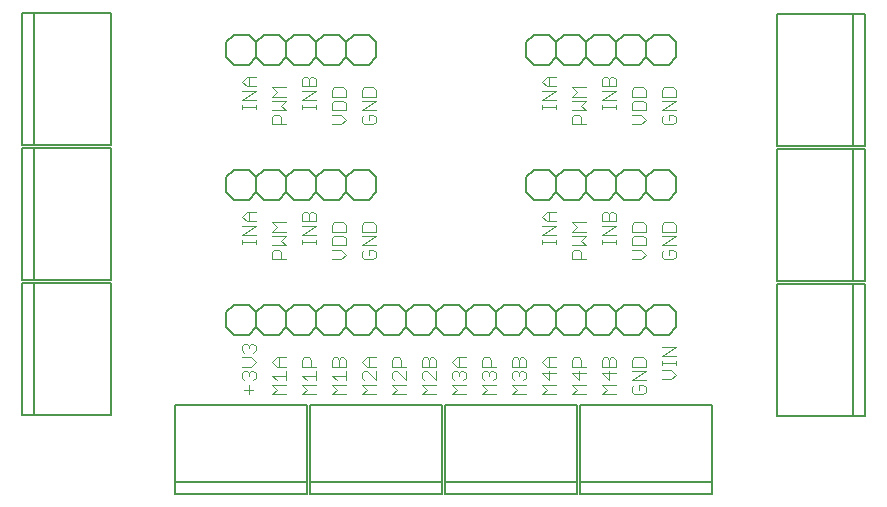
<source format=gto>
G75*
%MOIN*%
%OFA0B0*%
%FSLAX24Y24*%
%IPPOS*%
%LPD*%
%AMOC8*
5,1,8,0,0,1.08239X$1,22.5*
%
%ADD10C,0.0040*%
%ADD11C,0.0080*%
%ADD12C,0.0060*%
D10*
X009776Y005853D02*
X010083Y005853D01*
X009930Y005700D02*
X009930Y006007D01*
X010083Y006160D02*
X010160Y006237D01*
X010160Y006391D01*
X010083Y006467D01*
X010007Y006467D01*
X009930Y006391D01*
X009930Y006314D01*
X009930Y006391D02*
X009853Y006467D01*
X009776Y006467D01*
X009700Y006391D01*
X009700Y006237D01*
X009776Y006160D01*
X009700Y006621D02*
X010007Y006621D01*
X010160Y006774D01*
X010007Y006928D01*
X009700Y006928D01*
X009776Y007081D02*
X009700Y007158D01*
X009700Y007311D01*
X009776Y007388D01*
X009853Y007388D01*
X009930Y007311D01*
X010007Y007388D01*
X010083Y007388D01*
X010160Y007311D01*
X010160Y007158D01*
X010083Y007081D01*
X009930Y007235D02*
X009930Y007311D01*
X010700Y006774D02*
X010853Y006621D01*
X011160Y006621D01*
X011160Y006467D02*
X011160Y006160D01*
X011160Y006007D02*
X010700Y006007D01*
X010853Y005853D01*
X010700Y005700D01*
X011160Y005700D01*
X011700Y005700D02*
X011853Y005853D01*
X011700Y006007D01*
X012160Y006007D01*
X012160Y006160D02*
X012160Y006467D01*
X012160Y006314D02*
X011700Y006314D01*
X011853Y006160D01*
X011700Y005700D02*
X012160Y005700D01*
X012700Y005700D02*
X012853Y005853D01*
X012700Y006007D01*
X013160Y006007D01*
X013160Y006160D02*
X013160Y006467D01*
X013160Y006314D02*
X012700Y006314D01*
X012853Y006160D01*
X012930Y006621D02*
X012930Y006851D01*
X013007Y006928D01*
X013083Y006928D01*
X013160Y006851D01*
X013160Y006621D01*
X012700Y006621D01*
X012700Y006851D01*
X012776Y006928D01*
X012853Y006928D01*
X012930Y006851D01*
X012160Y006621D02*
X011700Y006621D01*
X011700Y006851D01*
X011776Y006928D01*
X011930Y006928D01*
X012007Y006851D01*
X012007Y006621D01*
X011160Y006928D02*
X010853Y006928D01*
X010700Y006774D01*
X010930Y006621D02*
X010930Y006928D01*
X010700Y006314D02*
X011160Y006314D01*
X010853Y006160D02*
X010700Y006314D01*
X012700Y005700D02*
X013160Y005700D01*
X013700Y005700D02*
X013853Y005853D01*
X013700Y006007D01*
X014160Y006007D01*
X014160Y006160D02*
X013853Y006467D01*
X013776Y006467D01*
X013700Y006391D01*
X013700Y006237D01*
X013776Y006160D01*
X014160Y006160D02*
X014160Y006467D01*
X014160Y006621D02*
X013853Y006621D01*
X013700Y006774D01*
X013853Y006928D01*
X014160Y006928D01*
X013930Y006928D02*
X013930Y006621D01*
X014700Y006621D02*
X014700Y006851D01*
X014776Y006928D01*
X014930Y006928D01*
X015007Y006851D01*
X015007Y006621D01*
X015160Y006621D02*
X014700Y006621D01*
X014776Y006467D02*
X014700Y006391D01*
X014700Y006237D01*
X014776Y006160D01*
X014700Y006007D02*
X015160Y006007D01*
X015160Y006160D02*
X014853Y006467D01*
X014776Y006467D01*
X015160Y006467D02*
X015160Y006160D01*
X014853Y005853D02*
X014700Y006007D01*
X014853Y005853D02*
X014700Y005700D01*
X015160Y005700D01*
X015700Y005700D02*
X015853Y005853D01*
X015700Y006007D01*
X016160Y006007D01*
X016160Y006160D02*
X015853Y006467D01*
X015776Y006467D01*
X015700Y006391D01*
X015700Y006237D01*
X015776Y006160D01*
X016160Y006160D02*
X016160Y006467D01*
X016160Y006621D02*
X016160Y006851D01*
X016083Y006928D01*
X016007Y006928D01*
X015930Y006851D01*
X015930Y006621D01*
X015930Y006851D02*
X015853Y006928D01*
X015776Y006928D01*
X015700Y006851D01*
X015700Y006621D01*
X016160Y006621D01*
X016700Y006774D02*
X016853Y006621D01*
X017160Y006621D01*
X017083Y006467D02*
X017160Y006391D01*
X017160Y006237D01*
X017083Y006160D01*
X017160Y006007D02*
X016700Y006007D01*
X016853Y005853D01*
X016700Y005700D01*
X017160Y005700D01*
X017700Y005700D02*
X017853Y005853D01*
X017700Y006007D01*
X018160Y006007D01*
X018083Y006160D02*
X018160Y006237D01*
X018160Y006391D01*
X018083Y006467D01*
X018007Y006467D01*
X017930Y006391D01*
X017930Y006314D01*
X017930Y006391D02*
X017853Y006467D01*
X017776Y006467D01*
X017700Y006391D01*
X017700Y006237D01*
X017776Y006160D01*
X017700Y005700D02*
X018160Y005700D01*
X018700Y005700D02*
X018853Y005853D01*
X018700Y006007D01*
X019160Y006007D01*
X019083Y006160D02*
X019160Y006237D01*
X019160Y006391D01*
X019083Y006467D01*
X019007Y006467D01*
X018930Y006391D01*
X018930Y006314D01*
X018930Y006391D02*
X018853Y006467D01*
X018776Y006467D01*
X018700Y006391D01*
X018700Y006237D01*
X018776Y006160D01*
X018700Y005700D02*
X019160Y005700D01*
X019700Y005700D02*
X019853Y005853D01*
X019700Y006007D01*
X020160Y006007D01*
X019930Y006160D02*
X019700Y006391D01*
X020160Y006391D01*
X020160Y006621D02*
X019853Y006621D01*
X019700Y006774D01*
X019853Y006928D01*
X020160Y006928D01*
X019930Y006928D02*
X019930Y006621D01*
X019930Y006467D02*
X019930Y006160D01*
X020160Y005700D02*
X019700Y005700D01*
X020700Y005700D02*
X020853Y005853D01*
X020700Y006007D01*
X021160Y006007D01*
X020930Y006160D02*
X020700Y006391D01*
X021160Y006391D01*
X021160Y006621D02*
X020700Y006621D01*
X020700Y006851D01*
X020776Y006928D01*
X020930Y006928D01*
X021007Y006851D01*
X021007Y006621D01*
X020930Y006467D02*
X020930Y006160D01*
X021160Y005700D02*
X020700Y005700D01*
X021700Y005700D02*
X021853Y005853D01*
X021700Y006007D01*
X022160Y006007D01*
X021930Y006160D02*
X021700Y006391D01*
X022160Y006391D01*
X022160Y006621D02*
X021700Y006621D01*
X021700Y006851D01*
X021776Y006928D01*
X021853Y006928D01*
X021930Y006851D01*
X021930Y006621D01*
X021930Y006467D02*
X021930Y006160D01*
X022160Y005700D02*
X021700Y005700D01*
X022700Y005777D02*
X022776Y005700D01*
X023083Y005700D01*
X023160Y005777D01*
X023160Y005930D01*
X023083Y006007D01*
X022930Y006007D01*
X022930Y005853D01*
X022776Y006007D02*
X022700Y005930D01*
X022700Y005777D01*
X022700Y006160D02*
X023160Y006467D01*
X022700Y006467D01*
X022700Y006621D02*
X022700Y006851D01*
X022776Y006928D01*
X023083Y006928D01*
X023160Y006851D01*
X023160Y006621D01*
X022700Y006621D01*
X022700Y006160D02*
X023160Y006160D01*
X023700Y006200D02*
X024007Y006200D01*
X024160Y006353D01*
X024007Y006507D01*
X023700Y006507D01*
X023700Y006660D02*
X023700Y006814D01*
X023700Y006737D02*
X024160Y006737D01*
X024160Y006660D02*
X024160Y006814D01*
X024160Y006967D02*
X023700Y006967D01*
X024160Y007274D01*
X023700Y007274D01*
X022160Y006851D02*
X022160Y006621D01*
X022160Y006851D02*
X022083Y006928D01*
X022007Y006928D01*
X021930Y006851D01*
X019160Y006851D02*
X019160Y006621D01*
X018700Y006621D01*
X018700Y006851D01*
X018776Y006928D01*
X018853Y006928D01*
X018930Y006851D01*
X018930Y006621D01*
X018930Y006851D02*
X019007Y006928D01*
X019083Y006928D01*
X019160Y006851D01*
X018160Y006621D02*
X017700Y006621D01*
X017700Y006851D01*
X017776Y006928D01*
X017930Y006928D01*
X018007Y006851D01*
X018007Y006621D01*
X017160Y006928D02*
X016853Y006928D01*
X016700Y006774D01*
X016930Y006621D02*
X016930Y006928D01*
X017007Y006467D02*
X017083Y006467D01*
X017007Y006467D02*
X016930Y006391D01*
X016930Y006314D01*
X016930Y006391D02*
X016853Y006467D01*
X016776Y006467D01*
X016700Y006391D01*
X016700Y006237D01*
X016776Y006160D01*
X016160Y005700D02*
X015700Y005700D01*
X014160Y005700D02*
X013700Y005700D01*
X013776Y010200D02*
X014083Y010200D01*
X014160Y010277D01*
X014160Y010430D01*
X014083Y010507D01*
X013930Y010507D01*
X013930Y010353D01*
X013776Y010200D02*
X013700Y010277D01*
X013700Y010430D01*
X013776Y010507D01*
X013700Y010660D02*
X014160Y010967D01*
X013700Y010967D01*
X013700Y011121D02*
X013700Y011351D01*
X013776Y011428D01*
X014083Y011428D01*
X014160Y011351D01*
X014160Y011121D01*
X013700Y011121D01*
X013700Y010660D02*
X014160Y010660D01*
X013160Y010660D02*
X013160Y010891D01*
X013083Y010967D01*
X012776Y010967D01*
X012700Y010891D01*
X012700Y010660D01*
X013160Y010660D01*
X013007Y010507D02*
X013160Y010353D01*
X013007Y010200D01*
X012700Y010200D01*
X012700Y010507D02*
X013007Y010507D01*
X013160Y011121D02*
X012700Y011121D01*
X012700Y011351D01*
X012776Y011428D01*
X013083Y011428D01*
X013160Y011351D01*
X013160Y011121D01*
X012160Y011007D02*
X011700Y011007D01*
X012160Y011314D01*
X011700Y011314D01*
X011700Y011467D02*
X011700Y011698D01*
X011776Y011774D01*
X011853Y011774D01*
X011930Y011698D01*
X011930Y011467D01*
X012160Y011467D02*
X011700Y011467D01*
X011930Y011698D02*
X012007Y011774D01*
X012083Y011774D01*
X012160Y011698D01*
X012160Y011467D01*
X012160Y010853D02*
X012160Y010700D01*
X012160Y010777D02*
X011700Y010777D01*
X011700Y010853D02*
X011700Y010700D01*
X011160Y010660D02*
X011007Y010814D01*
X011160Y010967D01*
X010700Y010967D01*
X010700Y011121D02*
X010853Y011274D01*
X010700Y011428D01*
X011160Y011428D01*
X011160Y011121D02*
X010700Y011121D01*
X010700Y010660D02*
X011160Y010660D01*
X011007Y010430D02*
X011007Y010200D01*
X011160Y010200D02*
X010700Y010200D01*
X010700Y010430D01*
X010776Y010507D01*
X010930Y010507D01*
X011007Y010430D01*
X010160Y010700D02*
X010160Y010853D01*
X010160Y010777D02*
X009700Y010777D01*
X009700Y010853D02*
X009700Y010700D01*
X009700Y011007D02*
X010160Y011314D01*
X009700Y011314D01*
X009853Y011467D02*
X009700Y011621D01*
X009853Y011774D01*
X010160Y011774D01*
X009930Y011774D02*
X009930Y011467D01*
X009853Y011467D02*
X010160Y011467D01*
X010160Y011007D02*
X009700Y011007D01*
X010700Y014700D02*
X010700Y014930D01*
X010776Y015007D01*
X010930Y015007D01*
X011007Y014930D01*
X011007Y014700D01*
X011160Y014700D02*
X010700Y014700D01*
X010700Y015160D02*
X011160Y015160D01*
X011007Y015314D01*
X011160Y015467D01*
X010700Y015467D01*
X010700Y015621D02*
X010853Y015774D01*
X010700Y015928D01*
X011160Y015928D01*
X011160Y015621D02*
X010700Y015621D01*
X010160Y015507D02*
X009700Y015507D01*
X010160Y015814D01*
X009700Y015814D01*
X009853Y015967D02*
X009700Y016121D01*
X009853Y016274D01*
X010160Y016274D01*
X009930Y016274D02*
X009930Y015967D01*
X009853Y015967D02*
X010160Y015967D01*
X010160Y015353D02*
X010160Y015200D01*
X010160Y015277D02*
X009700Y015277D01*
X009700Y015353D02*
X009700Y015200D01*
X011700Y015200D02*
X011700Y015353D01*
X011700Y015277D02*
X012160Y015277D01*
X012160Y015353D02*
X012160Y015200D01*
X012160Y015507D02*
X011700Y015507D01*
X012160Y015814D01*
X011700Y015814D01*
X011700Y015967D02*
X011700Y016198D01*
X011776Y016274D01*
X011853Y016274D01*
X011930Y016198D01*
X011930Y015967D01*
X012160Y015967D02*
X011700Y015967D01*
X011930Y016198D02*
X012007Y016274D01*
X012083Y016274D01*
X012160Y016198D01*
X012160Y015967D01*
X012700Y015851D02*
X012700Y015621D01*
X013160Y015621D01*
X013160Y015851D01*
X013083Y015928D01*
X012776Y015928D01*
X012700Y015851D01*
X012776Y015467D02*
X012700Y015391D01*
X012700Y015160D01*
X013160Y015160D01*
X013160Y015391D01*
X013083Y015467D01*
X012776Y015467D01*
X012700Y015007D02*
X013007Y015007D01*
X013160Y014853D01*
X013007Y014700D01*
X012700Y014700D01*
X013700Y014777D02*
X013776Y014700D01*
X014083Y014700D01*
X014160Y014777D01*
X014160Y014930D01*
X014083Y015007D01*
X013930Y015007D01*
X013930Y014853D01*
X013776Y015007D02*
X013700Y014930D01*
X013700Y014777D01*
X013700Y015160D02*
X014160Y015467D01*
X013700Y015467D01*
X013700Y015621D02*
X013700Y015851D01*
X013776Y015928D01*
X014083Y015928D01*
X014160Y015851D01*
X014160Y015621D01*
X013700Y015621D01*
X013700Y015160D02*
X014160Y015160D01*
X019700Y015200D02*
X019700Y015353D01*
X019700Y015277D02*
X020160Y015277D01*
X020160Y015353D02*
X020160Y015200D01*
X020160Y015507D02*
X019700Y015507D01*
X020160Y015814D01*
X019700Y015814D01*
X019853Y015967D02*
X019700Y016121D01*
X019853Y016274D01*
X020160Y016274D01*
X019930Y016274D02*
X019930Y015967D01*
X019853Y015967D02*
X020160Y015967D01*
X020700Y015928D02*
X020853Y015774D01*
X020700Y015621D01*
X021160Y015621D01*
X021160Y015467D02*
X020700Y015467D01*
X021007Y015314D02*
X021160Y015467D01*
X021007Y015314D02*
X021160Y015160D01*
X020700Y015160D01*
X020776Y015007D02*
X020930Y015007D01*
X021007Y014930D01*
X021007Y014700D01*
X021160Y014700D02*
X020700Y014700D01*
X020700Y014930D01*
X020776Y015007D01*
X021700Y015200D02*
X021700Y015353D01*
X021700Y015277D02*
X022160Y015277D01*
X022160Y015353D02*
X022160Y015200D01*
X022160Y015507D02*
X021700Y015507D01*
X022160Y015814D01*
X021700Y015814D01*
X021700Y015967D02*
X021700Y016198D01*
X021776Y016274D01*
X021853Y016274D01*
X021930Y016198D01*
X021930Y015967D01*
X022160Y015967D02*
X021700Y015967D01*
X021930Y016198D02*
X022007Y016274D01*
X022083Y016274D01*
X022160Y016198D01*
X022160Y015967D01*
X022700Y015851D02*
X022700Y015621D01*
X023160Y015621D01*
X023160Y015851D01*
X023083Y015928D01*
X022776Y015928D01*
X022700Y015851D01*
X022776Y015467D02*
X022700Y015391D01*
X022700Y015160D01*
X023160Y015160D01*
X023160Y015391D01*
X023083Y015467D01*
X022776Y015467D01*
X022700Y015007D02*
X023007Y015007D01*
X023160Y014853D01*
X023007Y014700D01*
X022700Y014700D01*
X023700Y014777D02*
X023776Y014700D01*
X024083Y014700D01*
X024160Y014777D01*
X024160Y014930D01*
X024083Y015007D01*
X023930Y015007D01*
X023930Y014853D01*
X023776Y015007D02*
X023700Y014930D01*
X023700Y014777D01*
X023700Y015160D02*
X024160Y015467D01*
X023700Y015467D01*
X023700Y015621D02*
X023700Y015851D01*
X023776Y015928D01*
X024083Y015928D01*
X024160Y015851D01*
X024160Y015621D01*
X023700Y015621D01*
X023700Y015160D02*
X024160Y015160D01*
X021160Y015928D02*
X020700Y015928D01*
X020160Y011774D02*
X019853Y011774D01*
X019700Y011621D01*
X019853Y011467D01*
X020160Y011467D01*
X020160Y011314D02*
X019700Y011314D01*
X019930Y011467D02*
X019930Y011774D01*
X020160Y011314D02*
X019700Y011007D01*
X020160Y011007D01*
X020160Y010853D02*
X020160Y010700D01*
X020160Y010777D02*
X019700Y010777D01*
X019700Y010853D02*
X019700Y010700D01*
X020700Y010660D02*
X021160Y010660D01*
X021007Y010814D01*
X021160Y010967D01*
X020700Y010967D01*
X020700Y011121D02*
X020853Y011274D01*
X020700Y011428D01*
X021160Y011428D01*
X021160Y011121D02*
X020700Y011121D01*
X020776Y010507D02*
X020930Y010507D01*
X021007Y010430D01*
X021007Y010200D01*
X021160Y010200D02*
X020700Y010200D01*
X020700Y010430D01*
X020776Y010507D01*
X021700Y010700D02*
X021700Y010853D01*
X021700Y010777D02*
X022160Y010777D01*
X022160Y010853D02*
X022160Y010700D01*
X022160Y011007D02*
X021700Y011007D01*
X022160Y011314D01*
X021700Y011314D01*
X021700Y011467D02*
X021700Y011698D01*
X021776Y011774D01*
X021853Y011774D01*
X021930Y011698D01*
X021930Y011467D01*
X022160Y011467D02*
X021700Y011467D01*
X021930Y011698D02*
X022007Y011774D01*
X022083Y011774D01*
X022160Y011698D01*
X022160Y011467D01*
X022700Y011351D02*
X022700Y011121D01*
X023160Y011121D01*
X023160Y011351D01*
X023083Y011428D01*
X022776Y011428D01*
X022700Y011351D01*
X022776Y010967D02*
X022700Y010891D01*
X022700Y010660D01*
X023160Y010660D01*
X023160Y010891D01*
X023083Y010967D01*
X022776Y010967D01*
X022700Y010507D02*
X023007Y010507D01*
X023160Y010353D01*
X023007Y010200D01*
X022700Y010200D01*
X023700Y010277D02*
X023776Y010200D01*
X024083Y010200D01*
X024160Y010277D01*
X024160Y010430D01*
X024083Y010507D01*
X023930Y010507D01*
X023930Y010353D01*
X023776Y010507D02*
X023700Y010430D01*
X023700Y010277D01*
X023700Y010660D02*
X024160Y010967D01*
X023700Y010967D01*
X023700Y011121D02*
X023700Y011351D01*
X023776Y011428D01*
X024083Y011428D01*
X024160Y011351D01*
X024160Y011121D01*
X023700Y011121D01*
X023700Y010660D02*
X024160Y010660D01*
D11*
X002381Y009400D02*
X002381Y004991D01*
X002774Y004991D01*
X002774Y009400D01*
X005334Y009400D01*
X005334Y004991D01*
X002774Y004991D01*
X007460Y005334D02*
X007460Y002774D01*
X011869Y002774D01*
X011869Y002381D01*
X007460Y002381D01*
X007460Y002774D01*
X007460Y005334D02*
X011869Y005334D01*
X011869Y002774D01*
X011960Y002774D02*
X016369Y002774D01*
X016369Y002381D01*
X011960Y002381D01*
X011960Y002774D01*
X011960Y005334D01*
X016369Y005334D01*
X016369Y002774D01*
X016460Y002774D02*
X020869Y002774D01*
X020869Y002381D01*
X016460Y002381D01*
X016460Y002774D01*
X016460Y005334D01*
X020869Y005334D01*
X020869Y002774D01*
X020960Y002774D02*
X025369Y002774D01*
X025369Y002381D01*
X020960Y002381D01*
X020960Y002774D01*
X020960Y005334D01*
X025369Y005334D01*
X025369Y002774D01*
X027526Y004960D02*
X030086Y004960D01*
X030086Y009369D01*
X030479Y009369D01*
X030479Y004960D01*
X030086Y004960D01*
X027526Y004960D02*
X027526Y009369D01*
X030086Y009369D01*
X030086Y009460D02*
X030086Y013869D01*
X030479Y013869D01*
X030479Y009460D01*
X030086Y009460D01*
X027526Y009460D01*
X027526Y013869D01*
X030086Y013869D01*
X030086Y013960D02*
X030086Y018369D01*
X030479Y018369D01*
X030479Y013960D01*
X030086Y013960D01*
X027526Y013960D01*
X027526Y018369D01*
X030086Y018369D01*
X005334Y018400D02*
X005334Y013991D01*
X002774Y013991D01*
X002774Y018400D01*
X005334Y018400D01*
X002774Y018400D02*
X002381Y018400D01*
X002381Y013991D01*
X002774Y013991D01*
X002774Y013900D02*
X002381Y013900D01*
X002381Y009491D01*
X002774Y009491D01*
X002774Y013900D01*
X005334Y013900D01*
X005334Y009491D01*
X002774Y009491D01*
X002774Y009400D02*
X002381Y009400D01*
D12*
X009180Y008430D02*
X009180Y007930D01*
X009430Y007680D01*
X009930Y007680D01*
X010180Y007930D01*
X010430Y007680D01*
X010930Y007680D01*
X011180Y007930D01*
X011180Y008430D01*
X010930Y008680D01*
X010430Y008680D01*
X010180Y008430D01*
X010180Y007930D01*
X010180Y008430D02*
X009930Y008680D01*
X009430Y008680D01*
X009180Y008430D01*
X011180Y008430D02*
X011430Y008680D01*
X011930Y008680D01*
X012180Y008430D01*
X012430Y008680D01*
X012930Y008680D01*
X013180Y008430D01*
X013430Y008680D01*
X013930Y008680D01*
X014180Y008430D01*
X014180Y007930D01*
X013930Y007680D01*
X013430Y007680D01*
X013180Y007930D01*
X012930Y007680D01*
X012430Y007680D01*
X012180Y007930D01*
X011930Y007680D01*
X011430Y007680D01*
X011180Y007930D01*
X012180Y007930D02*
X012180Y008430D01*
X013180Y008430D02*
X013180Y007930D01*
X014180Y007930D02*
X014430Y007680D01*
X014930Y007680D01*
X015180Y007930D01*
X015430Y007680D01*
X015930Y007680D01*
X016180Y007930D01*
X016430Y007680D01*
X016930Y007680D01*
X017180Y007930D01*
X017180Y008430D01*
X016930Y008680D01*
X016430Y008680D01*
X016180Y008430D01*
X016180Y007930D01*
X016180Y008430D02*
X015930Y008680D01*
X015430Y008680D01*
X015180Y008430D01*
X015180Y007930D01*
X015180Y008430D02*
X014930Y008680D01*
X014430Y008680D01*
X014180Y008430D01*
X017180Y008430D02*
X017430Y008680D01*
X017930Y008680D01*
X018180Y008430D01*
X018430Y008680D01*
X018930Y008680D01*
X019180Y008430D01*
X019430Y008680D01*
X019930Y008680D01*
X020180Y008430D01*
X020180Y007930D01*
X019930Y007680D01*
X019430Y007680D01*
X019180Y007930D01*
X018930Y007680D01*
X018430Y007680D01*
X018180Y007930D01*
X017930Y007680D01*
X017430Y007680D01*
X017180Y007930D01*
X018180Y007930D02*
X018180Y008430D01*
X019180Y008430D02*
X019180Y007930D01*
X020180Y007930D02*
X020430Y007680D01*
X020930Y007680D01*
X021180Y007930D01*
X021430Y007680D01*
X021930Y007680D01*
X022180Y007930D01*
X022430Y007680D01*
X022930Y007680D01*
X023180Y007930D01*
X023430Y007680D01*
X023930Y007680D01*
X024180Y007930D01*
X024180Y008430D01*
X023930Y008680D01*
X023430Y008680D01*
X023180Y008430D01*
X023180Y007930D01*
X023180Y008430D02*
X022930Y008680D01*
X022430Y008680D01*
X022180Y008430D01*
X022180Y007930D01*
X022180Y008430D02*
X021930Y008680D01*
X021430Y008680D01*
X021180Y008430D01*
X021180Y007930D01*
X021180Y008430D02*
X020930Y008680D01*
X020430Y008680D01*
X020180Y008430D01*
X019930Y012180D02*
X019430Y012180D01*
X019180Y012430D01*
X019180Y012930D01*
X019430Y013180D01*
X019930Y013180D01*
X020180Y012930D01*
X020430Y013180D01*
X020930Y013180D01*
X021180Y012930D01*
X021180Y012430D01*
X020930Y012180D01*
X020430Y012180D01*
X020180Y012430D01*
X019930Y012180D01*
X020180Y012430D02*
X020180Y012930D01*
X021180Y012930D02*
X021430Y013180D01*
X021930Y013180D01*
X022180Y012930D01*
X022430Y013180D01*
X022930Y013180D01*
X023180Y012930D01*
X023430Y013180D01*
X023930Y013180D01*
X024180Y012930D01*
X024180Y012430D01*
X023930Y012180D01*
X023430Y012180D01*
X023180Y012430D01*
X022930Y012180D01*
X022430Y012180D01*
X022180Y012430D01*
X021930Y012180D01*
X021430Y012180D01*
X021180Y012430D01*
X022180Y012430D02*
X022180Y012930D01*
X023180Y012930D02*
X023180Y012430D01*
X022930Y016680D02*
X022430Y016680D01*
X022180Y016930D01*
X021930Y016680D01*
X021430Y016680D01*
X021180Y016930D01*
X020930Y016680D01*
X020430Y016680D01*
X020180Y016930D01*
X019930Y016680D01*
X019430Y016680D01*
X019180Y016930D01*
X019180Y017430D01*
X019430Y017680D01*
X019930Y017680D01*
X020180Y017430D01*
X020430Y017680D01*
X020930Y017680D01*
X021180Y017430D01*
X021180Y016930D01*
X021180Y017430D02*
X021430Y017680D01*
X021930Y017680D01*
X022180Y017430D01*
X022430Y017680D01*
X022930Y017680D01*
X023180Y017430D01*
X023430Y017680D01*
X023930Y017680D01*
X024180Y017430D01*
X024180Y016930D01*
X023930Y016680D01*
X023430Y016680D01*
X023180Y016930D01*
X022930Y016680D01*
X023180Y016930D02*
X023180Y017430D01*
X022180Y017430D02*
X022180Y016930D01*
X020180Y016930D02*
X020180Y017430D01*
X014180Y017430D02*
X014180Y016930D01*
X013930Y016680D01*
X013430Y016680D01*
X013180Y016930D01*
X012930Y016680D01*
X012430Y016680D01*
X012180Y016930D01*
X011930Y016680D01*
X011430Y016680D01*
X011180Y016930D01*
X010930Y016680D01*
X010430Y016680D01*
X010180Y016930D01*
X009930Y016680D01*
X009430Y016680D01*
X009180Y016930D01*
X009180Y017430D01*
X009430Y017680D01*
X009930Y017680D01*
X010180Y017430D01*
X010430Y017680D01*
X010930Y017680D01*
X011180Y017430D01*
X011180Y016930D01*
X011180Y017430D02*
X011430Y017680D01*
X011930Y017680D01*
X012180Y017430D01*
X012430Y017680D01*
X012930Y017680D01*
X013180Y017430D01*
X013430Y017680D01*
X013930Y017680D01*
X014180Y017430D01*
X013180Y017430D02*
X013180Y016930D01*
X012180Y016930D02*
X012180Y017430D01*
X010180Y017430D02*
X010180Y016930D01*
X009930Y013180D02*
X009430Y013180D01*
X009180Y012930D01*
X009180Y012430D01*
X009430Y012180D01*
X009930Y012180D01*
X010180Y012430D01*
X010430Y012180D01*
X010930Y012180D01*
X011180Y012430D01*
X011180Y012930D01*
X010930Y013180D01*
X010430Y013180D01*
X010180Y012930D01*
X010180Y012430D01*
X010180Y012930D02*
X009930Y013180D01*
X011180Y012930D02*
X011430Y013180D01*
X011930Y013180D01*
X012180Y012930D01*
X012430Y013180D01*
X012930Y013180D01*
X013180Y012930D01*
X013430Y013180D01*
X013930Y013180D01*
X014180Y012930D01*
X014180Y012430D01*
X013930Y012180D01*
X013430Y012180D01*
X013180Y012430D01*
X012930Y012180D01*
X012430Y012180D01*
X012180Y012430D01*
X011930Y012180D01*
X011430Y012180D01*
X011180Y012430D01*
X012180Y012430D02*
X012180Y012930D01*
X013180Y012930D02*
X013180Y012430D01*
M02*

</source>
